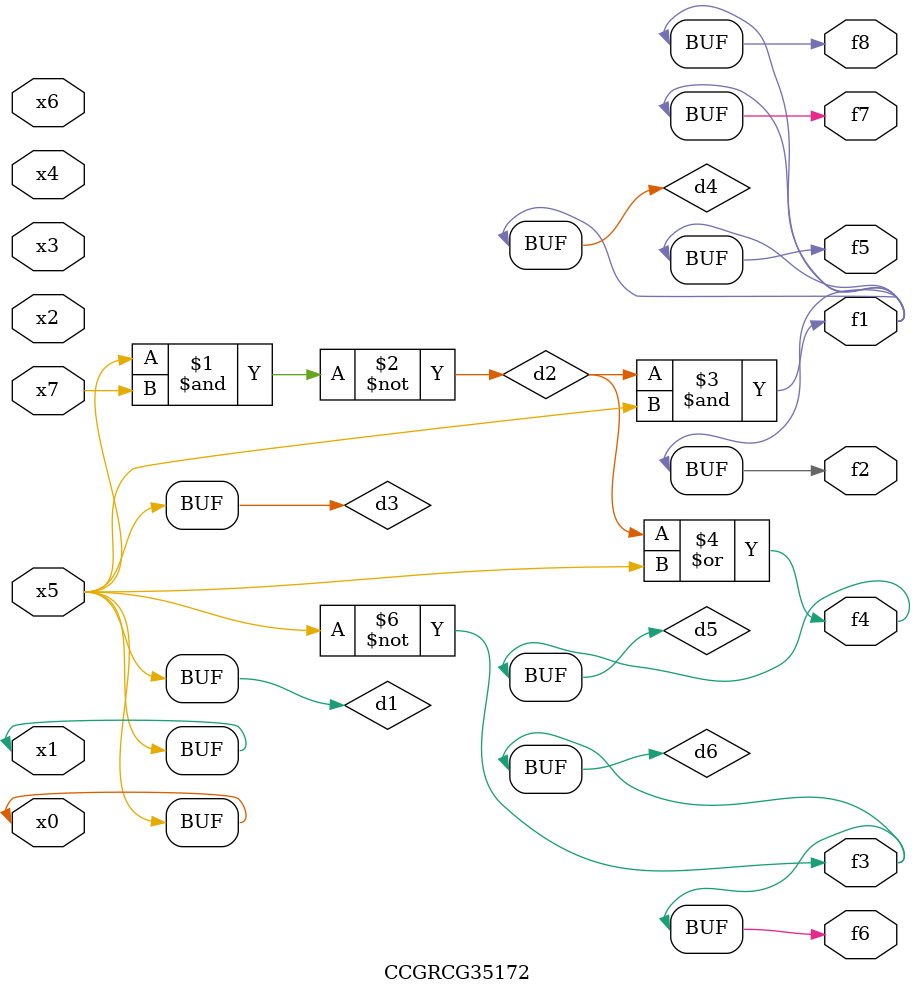
<source format=v>
module CCGRCG35172(
	input x0, x1, x2, x3, x4, x5, x6, x7,
	output f1, f2, f3, f4, f5, f6, f7, f8
);

	wire d1, d2, d3, d4, d5, d6;

	buf (d1, x0, x5);
	nand (d2, x5, x7);
	buf (d3, x0, x1);
	and (d4, d2, d3);
	or (d5, d2, d3);
	nor (d6, d1, d3);
	assign f1 = d4;
	assign f2 = d4;
	assign f3 = d6;
	assign f4 = d5;
	assign f5 = d4;
	assign f6 = d6;
	assign f7 = d4;
	assign f8 = d4;
endmodule

</source>
